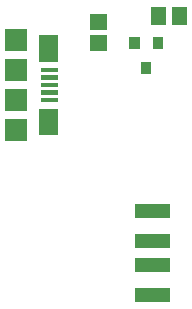
<source format=gbr>
G04 start of page 11 for group -4015 idx -4015 *
G04 Title: (unknown), toppaste *
G04 Creator: pcb 20140316 *
G04 CreationDate: Sun 10 Nov 2019 02:50:04 PM GMT UTC *
G04 For: sladekm *
G04 Format: Gerber/RS-274X *
G04 PCB-Dimensions (mm): 70.00 70.00 *
G04 PCB-Coordinate-Origin: lower left *
%MOMM*%
%FSLAX43Y43*%
%LNTOPPASTE*%
%ADD103C,0.002*%
%ADD102R,1.600X1.600*%
%ADD101R,0.381X0.381*%
%ADD100R,1.120X1.120*%
%ADD99R,1.300X1.300*%
%ADD98R,0.864X0.864*%
G54D98*X22301Y54455D02*Y54303D01*
X20320Y54455D02*Y54303D01*
X21311Y52372D02*Y52220D01*
G54D99*X24152Y56765D02*Y56565D01*
X22352Y56765D02*Y56565D01*
G54D100*X20892Y35583D02*X22796D01*
X20892Y40155D02*X22796D01*
X20892Y33043D02*X22796D01*
X20892Y37615D02*X22796D01*
G54D101*X12624Y51445D02*X13640D01*
X12624Y50175D02*X13640D01*
X12624Y50810D02*X13640D01*
X12624Y52080D02*X13640D01*
X12624Y49540D02*X13640D01*
G54D102*X13005Y54239D02*Y53604D01*
Y48016D02*Y47381D01*
G54D103*G36*
X9324Y47950D02*Y46050D01*
X11224D01*
Y47950D01*
X9324D01*
G37*
G36*
Y50490D02*Y48590D01*
X11224D01*
Y50490D01*
X9324D01*
G37*
G36*
Y53030D02*Y51130D01*
X11224D01*
Y53030D01*
X9324D01*
G37*
G36*
Y55570D02*Y53670D01*
X11224D01*
Y55570D01*
X9324D01*
G37*
G54D99*X17172Y56168D02*X17372D01*
X17172Y54368D02*X17372D01*
M02*

</source>
